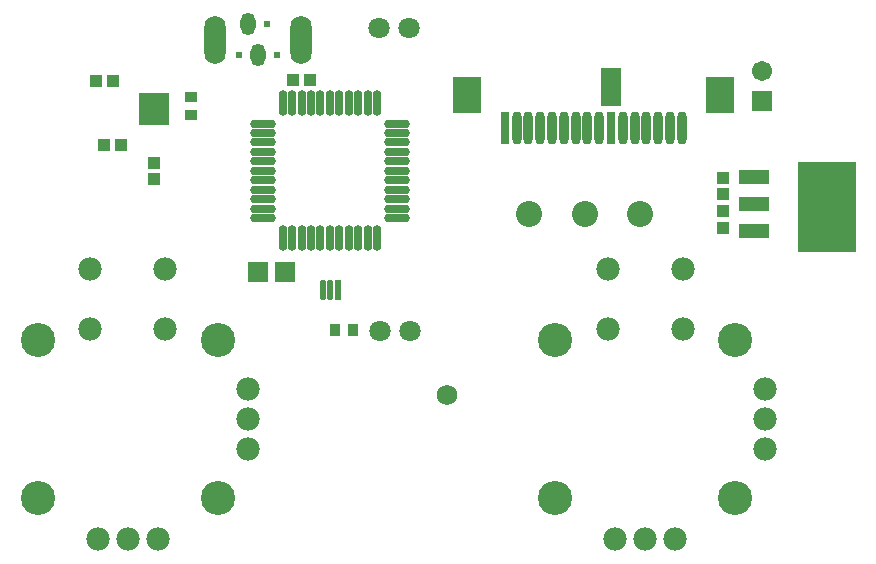
<source format=gts>
%FSAX24Y24*%
%MOIN*%
G70*
G01*
G75*
G04 Layer_Color=8388736*
%ADD10R,0.0600X0.0600*%
%ADD11R,0.0276X0.0354*%
%ADD12R,0.0354X0.0276*%
%ADD13R,0.0315X0.0354*%
%ADD14R,0.0354X0.0315*%
%ADD15R,0.0866X0.1142*%
%ADD16R,0.0236X0.1024*%
%ADD17O,0.0236X0.1024*%
%ADD18R,0.0118X0.0630*%
%ADD19O,0.0118X0.0630*%
%ADD20R,0.0945X0.1299*%
%ADD21R,0.0945X0.0394*%
%ADD22O,0.0807X0.0236*%
%ADD23O,0.0236X0.0807*%
%ADD24C,0.0139*%
%ADD25C,0.0100*%
%ADD26R,0.0630X0.1181*%
%ADD27R,0.1075X0.1126*%
%ADD28R,0.1299X0.1654*%
%ADD29C,0.0787*%
%ADD30O,0.0591X0.0866*%
%ADD31C,0.0600*%
%ADD32C,0.0630*%
%ADD33C,0.0700*%
%ADD34C,0.1057*%
%ADD35R,0.0591X0.0591*%
%ADD36C,0.0591*%
%ADD37O,0.0433X0.0669*%
%ADD38C,0.0157*%
%ADD39O,0.0630X0.1535*%
%ADD40C,0.0350*%
%ADD41R,0.0618X0.0740*%
%ADD42O,0.0610X0.0098*%
%ADD43R,0.0610X0.0098*%
%ADD44R,0.0630X0.0492*%
%ADD45O,0.0276X0.0098*%
%ADD46O,0.0098X0.0276*%
%ADD47R,0.1024X0.1024*%
%ADD48R,0.0394X0.0413*%
%ADD49R,0.0413X0.0866*%
%ADD50C,0.0218*%
%ADD51C,0.0179*%
%ADD52R,0.0402X0.1055*%
%ADD53R,0.0197X0.1173*%
%ADD54R,0.1130X0.0197*%
%ADD55R,0.2012X0.0197*%
%ADD56R,0.1957X0.0354*%
%ADD57R,0.0197X0.1969*%
%ADD58R,0.1114X0.0197*%
%ADD59R,0.0197X0.0984*%
%ADD60R,0.0197X0.0945*%
%ADD61R,0.1098X0.0197*%
%ADD62R,0.1169X0.0197*%
%ADD63R,0.1126X0.0197*%
%ADD64R,0.0197X0.1063*%
%ADD65R,0.2598X0.1080*%
%ADD66R,0.1024X0.1063*%
%ADD67R,0.1929X0.2992*%
%ADD68R,0.0709X0.1260*%
%ADD69R,0.0680X0.0680*%
%ADD70R,0.0356X0.0434*%
%ADD71R,0.0434X0.0356*%
%ADD72R,0.0395X0.0434*%
%ADD73R,0.0434X0.0395*%
%ADD74R,0.0946X0.1222*%
%ADD75R,0.0316X0.1104*%
%ADD76O,0.0316X0.1104*%
%ADD77R,0.0198X0.0710*%
%ADD78O,0.0198X0.0710*%
%ADD79R,0.1025X0.1379*%
%ADD80R,0.1025X0.0474*%
%ADD81O,0.0862X0.0291*%
%ADD82O,0.0291X0.0862*%
%ADD83C,0.0867*%
%ADD84O,0.0671X0.0946*%
%ADD85C,0.0680*%
%ADD86C,0.0710*%
%ADD87C,0.0780*%
%ADD88C,0.1137*%
%ADD89R,0.0671X0.0671*%
%ADD90C,0.0671*%
%ADD91O,0.0513X0.0749*%
%ADD92C,0.0237*%
%ADD93O,0.0710X0.1615*%
D66*
X009228Y016134D02*
D03*
D67*
X031650Y012846D02*
D03*
D68*
X024465Y016862D02*
D03*
D69*
X012693Y010681D02*
D03*
X013598D02*
D03*
D70*
X015862Y008752D02*
D03*
X015272D02*
D03*
D71*
X010449Y016528D02*
D03*
Y015937D02*
D03*
D72*
X007299Y017059D02*
D03*
X007850D02*
D03*
X008126Y014933D02*
D03*
X007575D02*
D03*
X013874Y017098D02*
D03*
X014425D02*
D03*
D73*
X028205Y012177D02*
D03*
Y012728D02*
D03*
X028205Y013831D02*
D03*
Y013280D02*
D03*
X009228Y014343D02*
D03*
Y013791D02*
D03*
D74*
X019661Y016587D02*
D03*
X028087D02*
D03*
D75*
X020921Y015484D02*
D03*
X024465D02*
D03*
D76*
X021315D02*
D03*
X021709D02*
D03*
X022102D02*
D03*
X022496D02*
D03*
X022890D02*
D03*
X023283D02*
D03*
X023677D02*
D03*
X024071D02*
D03*
X024858D02*
D03*
X025252D02*
D03*
X025646D02*
D03*
X026039D02*
D03*
X026433D02*
D03*
X026827D02*
D03*
D77*
X015370Y010091D02*
D03*
D78*
X015114D02*
D03*
X014858D02*
D03*
D79*
X031512Y012965D02*
D03*
D80*
X029228Y012059D02*
D03*
Y012965D02*
D03*
Y013870D02*
D03*
D81*
X012850Y015642D02*
D03*
Y015327D02*
D03*
Y015012D02*
D03*
Y014697D02*
D03*
Y014382D02*
D03*
Y014067D02*
D03*
Y013752D02*
D03*
Y013437D02*
D03*
Y013122D02*
D03*
Y012807D02*
D03*
Y012492D02*
D03*
X017339D02*
D03*
Y012807D02*
D03*
Y013122D02*
D03*
Y013437D02*
D03*
Y013752D02*
D03*
Y014067D02*
D03*
Y014382D02*
D03*
Y014697D02*
D03*
Y015012D02*
D03*
Y015327D02*
D03*
Y015642D02*
D03*
D82*
X013520Y011823D02*
D03*
X013835D02*
D03*
X014150D02*
D03*
X014465D02*
D03*
X014780D02*
D03*
X015094D02*
D03*
X015409D02*
D03*
X015724D02*
D03*
X016039D02*
D03*
X016354D02*
D03*
X016669D02*
D03*
Y016311D02*
D03*
X016354D02*
D03*
X016039D02*
D03*
X015724D02*
D03*
X015409D02*
D03*
X015094D02*
D03*
X014780D02*
D03*
X014465D02*
D03*
X014150D02*
D03*
X013835D02*
D03*
X013520D02*
D03*
D83*
X025433Y012638D02*
D03*
X023583D02*
D03*
X021732D02*
D03*
D84*
X014130Y018740D02*
D03*
Y018134D02*
D03*
Y018538D02*
D03*
Y018336D02*
D03*
X011256D02*
D03*
Y018538D02*
D03*
Y018134D02*
D03*
Y018740D02*
D03*
D85*
X018992Y006587D02*
D03*
D86*
X017720Y018831D02*
D03*
X016720D02*
D03*
X017760Y008713D02*
D03*
X016760D02*
D03*
D87*
X012362Y004799D02*
D03*
Y005799D02*
D03*
Y006799D02*
D03*
X007362Y001799D02*
D03*
X008362D02*
D03*
X009362D02*
D03*
X007112Y008799D02*
D03*
X009612D02*
D03*
X007112Y010799D02*
D03*
X009612D02*
D03*
X029606Y004799D02*
D03*
Y005799D02*
D03*
Y006799D02*
D03*
X024606Y001799D02*
D03*
X025606D02*
D03*
X026606D02*
D03*
X024356Y008799D02*
D03*
X026856D02*
D03*
X024356Y010799D02*
D03*
X026856D02*
D03*
D88*
X005362Y008424D02*
D03*
Y003174D02*
D03*
X011362D02*
D03*
Y008424D02*
D03*
X022606D02*
D03*
Y003174D02*
D03*
X028606D02*
D03*
Y008424D02*
D03*
D89*
X029504Y016402D02*
D03*
D90*
Y017402D02*
D03*
D91*
X012378Y018949D02*
D03*
X012693Y017925D02*
D03*
D92*
X013008Y018949D02*
D03*
X012063Y017925D02*
D03*
X013323D02*
D03*
D93*
X014130Y018437D02*
D03*
X011256D02*
D03*
M02*

</source>
